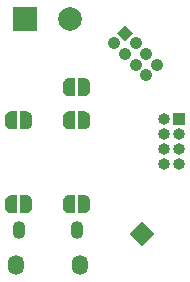
<source format=gbr>
G04 #@! TF.GenerationSoftware,KiCad,Pcbnew,(5.1.5-0)*
G04 #@! TF.CreationDate,2020-02-20T09:13:15+02:00*
G04 #@! TF.ProjectId,slice-harvester,736c6963-652d-4686-9172-766573746572,0.9*
G04 #@! TF.SameCoordinates,PX8f0d180PY5f5e100*
G04 #@! TF.FileFunction,Soldermask,Bot*
G04 #@! TF.FilePolarity,Negative*
%FSLAX46Y46*%
G04 Gerber Fmt 4.6, Leading zero omitted, Abs format (unit mm)*
G04 Created by KiCad (PCBNEW (5.1.5-0)) date 2020-02-20 09:13:15*
%MOMM*%
%LPD*%
G04 APERTURE LIST*
%ADD10C,0.100000*%
%ADD11R,1.000000X1.000000*%
%ADD12O,1.000000X1.000000*%
%ADD13C,1.000000*%
%ADD14R,1.998980X1.998980*%
%ADD15C,1.998980*%
%ADD16O,1.100000X1.500000*%
%ADD17O,1.350000X1.700000*%
G04 APERTURE END LIST*
D10*
G36*
X6839340Y-7800000D02*
G01*
X7900000Y-6739340D01*
X8960660Y-7800000D01*
X7900000Y-8860660D01*
X6839340Y-7800000D01*
G37*
G36*
X2550000Y5350000D02*
G01*
X3050000Y5350000D01*
X3050000Y5349398D01*
X3074534Y5349398D01*
X3123365Y5344588D01*
X3171490Y5335016D01*
X3218445Y5320772D01*
X3263778Y5301995D01*
X3307051Y5278864D01*
X3347850Y5251604D01*
X3385779Y5220476D01*
X3420476Y5185779D01*
X3451604Y5147850D01*
X3478864Y5107051D01*
X3501995Y5063778D01*
X3520772Y5018445D01*
X3535016Y4971490D01*
X3544588Y4923365D01*
X3549398Y4874534D01*
X3549398Y4850000D01*
X3550000Y4850000D01*
X3550000Y4350000D01*
X3549398Y4350000D01*
X3549398Y4325466D01*
X3544588Y4276635D01*
X3535016Y4228510D01*
X3520772Y4181555D01*
X3501995Y4136222D01*
X3478864Y4092949D01*
X3451604Y4052150D01*
X3420476Y4014221D01*
X3385779Y3979524D01*
X3347850Y3948396D01*
X3307051Y3921136D01*
X3263778Y3898005D01*
X3218445Y3879228D01*
X3171490Y3864984D01*
X3123365Y3855412D01*
X3074534Y3850602D01*
X3050000Y3850602D01*
X3050000Y3850000D01*
X2550000Y3850000D01*
X2550000Y5350000D01*
G37*
G36*
X1750000Y3850602D02*
G01*
X1725466Y3850602D01*
X1676635Y3855412D01*
X1628510Y3864984D01*
X1581555Y3879228D01*
X1536222Y3898005D01*
X1492949Y3921136D01*
X1452150Y3948396D01*
X1414221Y3979524D01*
X1379524Y4014221D01*
X1348396Y4052150D01*
X1321136Y4092949D01*
X1298005Y4136222D01*
X1279228Y4181555D01*
X1264984Y4228510D01*
X1255412Y4276635D01*
X1250602Y4325466D01*
X1250602Y4350000D01*
X1250000Y4350000D01*
X1250000Y4850000D01*
X1250602Y4850000D01*
X1250602Y4874534D01*
X1255412Y4923365D01*
X1264984Y4971490D01*
X1279228Y5018445D01*
X1298005Y5063778D01*
X1321136Y5107051D01*
X1348396Y5147850D01*
X1379524Y5185779D01*
X1414221Y5220476D01*
X1452150Y5251604D01*
X1492949Y5278864D01*
X1536222Y5301995D01*
X1581555Y5320772D01*
X1628510Y5335016D01*
X1676635Y5344588D01*
X1725466Y5349398D01*
X1750000Y5349398D01*
X1750000Y5350000D01*
X2250000Y5350000D01*
X2250000Y3850000D01*
X1750000Y3850000D01*
X1750000Y3850602D01*
G37*
G36*
X1750000Y1050602D02*
G01*
X1725466Y1050602D01*
X1676635Y1055412D01*
X1628510Y1064984D01*
X1581555Y1079228D01*
X1536222Y1098005D01*
X1492949Y1121136D01*
X1452150Y1148396D01*
X1414221Y1179524D01*
X1379524Y1214221D01*
X1348396Y1252150D01*
X1321136Y1292949D01*
X1298005Y1336222D01*
X1279228Y1381555D01*
X1264984Y1428510D01*
X1255412Y1476635D01*
X1250602Y1525466D01*
X1250602Y1550000D01*
X1250000Y1550000D01*
X1250000Y2050000D01*
X1250602Y2050000D01*
X1250602Y2074534D01*
X1255412Y2123365D01*
X1264984Y2171490D01*
X1279228Y2218445D01*
X1298005Y2263778D01*
X1321136Y2307051D01*
X1348396Y2347850D01*
X1379524Y2385779D01*
X1414221Y2420476D01*
X1452150Y2451604D01*
X1492949Y2478864D01*
X1536222Y2501995D01*
X1581555Y2520772D01*
X1628510Y2535016D01*
X1676635Y2544588D01*
X1725466Y2549398D01*
X1750000Y2549398D01*
X1750000Y2550000D01*
X2250000Y2550000D01*
X2250000Y1050000D01*
X1750000Y1050000D01*
X1750000Y1050602D01*
G37*
G36*
X2550000Y2550000D02*
G01*
X3050000Y2550000D01*
X3050000Y2549398D01*
X3074534Y2549398D01*
X3123365Y2544588D01*
X3171490Y2535016D01*
X3218445Y2520772D01*
X3263778Y2501995D01*
X3307051Y2478864D01*
X3347850Y2451604D01*
X3385779Y2420476D01*
X3420476Y2385779D01*
X3451604Y2347850D01*
X3478864Y2307051D01*
X3501995Y2263778D01*
X3520772Y2218445D01*
X3535016Y2171490D01*
X3544588Y2123365D01*
X3549398Y2074534D01*
X3549398Y2050000D01*
X3550000Y2050000D01*
X3550000Y1550000D01*
X3549398Y1550000D01*
X3549398Y1525466D01*
X3544588Y1476635D01*
X3535016Y1428510D01*
X3520772Y1381555D01*
X3501995Y1336222D01*
X3478864Y1292949D01*
X3451604Y1252150D01*
X3420476Y1214221D01*
X3385779Y1179524D01*
X3347850Y1148396D01*
X3307051Y1121136D01*
X3263778Y1098005D01*
X3218445Y1079228D01*
X3171490Y1064984D01*
X3123365Y1055412D01*
X3074534Y1050602D01*
X3050000Y1050602D01*
X3050000Y1050000D01*
X2550000Y1050000D01*
X2550000Y2550000D01*
G37*
D11*
X11100000Y1900000D03*
D12*
X9830000Y1900000D03*
X11100000Y630000D03*
X9830000Y630000D03*
X11100000Y-640000D03*
X9830000Y-640000D03*
X11100000Y-1910000D03*
X9830000Y-1910000D03*
D10*
G36*
X6505382Y8485281D02*
G01*
X5798275Y9192388D01*
X6505382Y9899495D01*
X7212489Y9192388D01*
X6505382Y8485281D01*
G37*
D13*
X5607356Y8294362D02*
X5607356Y8294362D01*
X7403408Y8294362D02*
X7403408Y8294362D01*
X6505382Y7396337D02*
X6505382Y7396337D01*
X8301433Y7396337D02*
X8301433Y7396337D01*
X7403408Y6498311D02*
X7403408Y6498311D01*
X9199459Y6498311D02*
X9199459Y6498311D01*
X8301433Y5600286D02*
X8301433Y5600286D01*
D14*
X-2000000Y10400000D03*
D15*
X1810000Y10400000D03*
D16*
X-2445000Y-7480000D03*
X2395000Y-7480000D03*
D17*
X-2755000Y-10480000D03*
X2705000Y-10480000D03*
D10*
G36*
X-1850000Y-4550602D02*
G01*
X-1825466Y-4550602D01*
X-1776635Y-4555412D01*
X-1728510Y-4564984D01*
X-1681555Y-4579228D01*
X-1636222Y-4598005D01*
X-1592949Y-4621136D01*
X-1552150Y-4648396D01*
X-1514221Y-4679524D01*
X-1479524Y-4714221D01*
X-1448396Y-4752150D01*
X-1421136Y-4792949D01*
X-1398005Y-4836222D01*
X-1379228Y-4881555D01*
X-1364984Y-4928510D01*
X-1355412Y-4976635D01*
X-1350602Y-5025466D01*
X-1350602Y-5050000D01*
X-1350000Y-5050000D01*
X-1350000Y-5550000D01*
X-1350602Y-5550000D01*
X-1350602Y-5574534D01*
X-1355412Y-5623365D01*
X-1364984Y-5671490D01*
X-1379228Y-5718445D01*
X-1398005Y-5763778D01*
X-1421136Y-5807051D01*
X-1448396Y-5847850D01*
X-1479524Y-5885779D01*
X-1514221Y-5920476D01*
X-1552150Y-5951604D01*
X-1592949Y-5978864D01*
X-1636222Y-6001995D01*
X-1681555Y-6020772D01*
X-1728510Y-6035016D01*
X-1776635Y-6044588D01*
X-1825466Y-6049398D01*
X-1850000Y-6049398D01*
X-1850000Y-6050000D01*
X-2350000Y-6050000D01*
X-2350000Y-4550000D01*
X-1850000Y-4550000D01*
X-1850000Y-4550602D01*
G37*
G36*
X-2650000Y-6050000D02*
G01*
X-3150000Y-6050000D01*
X-3150000Y-6049398D01*
X-3174534Y-6049398D01*
X-3223365Y-6044588D01*
X-3271490Y-6035016D01*
X-3318445Y-6020772D01*
X-3363778Y-6001995D01*
X-3407051Y-5978864D01*
X-3447850Y-5951604D01*
X-3485779Y-5920476D01*
X-3520476Y-5885779D01*
X-3551604Y-5847850D01*
X-3578864Y-5807051D01*
X-3601995Y-5763778D01*
X-3620772Y-5718445D01*
X-3635016Y-5671490D01*
X-3644588Y-5623365D01*
X-3649398Y-5574534D01*
X-3649398Y-5550000D01*
X-3650000Y-5550000D01*
X-3650000Y-5050000D01*
X-3649398Y-5050000D01*
X-3649398Y-5025466D01*
X-3644588Y-4976635D01*
X-3635016Y-4928510D01*
X-3620772Y-4881555D01*
X-3601995Y-4836222D01*
X-3578864Y-4792949D01*
X-3551604Y-4752150D01*
X-3520476Y-4714221D01*
X-3485779Y-4679524D01*
X-3447850Y-4648396D01*
X-3407051Y-4621136D01*
X-3363778Y-4598005D01*
X-3318445Y-4579228D01*
X-3271490Y-4564984D01*
X-3223365Y-4555412D01*
X-3174534Y-4550602D01*
X-3150000Y-4550602D01*
X-3150000Y-4550000D01*
X-2650000Y-4550000D01*
X-2650000Y-6050000D01*
G37*
G36*
X2550000Y-4550000D02*
G01*
X3050000Y-4550000D01*
X3050000Y-4550602D01*
X3074534Y-4550602D01*
X3123365Y-4555412D01*
X3171490Y-4564984D01*
X3218445Y-4579228D01*
X3263778Y-4598005D01*
X3307051Y-4621136D01*
X3347850Y-4648396D01*
X3385779Y-4679524D01*
X3420476Y-4714221D01*
X3451604Y-4752150D01*
X3478864Y-4792949D01*
X3501995Y-4836222D01*
X3520772Y-4881555D01*
X3535016Y-4928510D01*
X3544588Y-4976635D01*
X3549398Y-5025466D01*
X3549398Y-5050000D01*
X3550000Y-5050000D01*
X3550000Y-5550000D01*
X3549398Y-5550000D01*
X3549398Y-5574534D01*
X3544588Y-5623365D01*
X3535016Y-5671490D01*
X3520772Y-5718445D01*
X3501995Y-5763778D01*
X3478864Y-5807051D01*
X3451604Y-5847850D01*
X3420476Y-5885779D01*
X3385779Y-5920476D01*
X3347850Y-5951604D01*
X3307051Y-5978864D01*
X3263778Y-6001995D01*
X3218445Y-6020772D01*
X3171490Y-6035016D01*
X3123365Y-6044588D01*
X3074534Y-6049398D01*
X3050000Y-6049398D01*
X3050000Y-6050000D01*
X2550000Y-6050000D01*
X2550000Y-4550000D01*
G37*
G36*
X1750000Y-6049398D02*
G01*
X1725466Y-6049398D01*
X1676635Y-6044588D01*
X1628510Y-6035016D01*
X1581555Y-6020772D01*
X1536222Y-6001995D01*
X1492949Y-5978864D01*
X1452150Y-5951604D01*
X1414221Y-5920476D01*
X1379524Y-5885779D01*
X1348396Y-5847850D01*
X1321136Y-5807051D01*
X1298005Y-5763778D01*
X1279228Y-5718445D01*
X1264984Y-5671490D01*
X1255412Y-5623365D01*
X1250602Y-5574534D01*
X1250602Y-5550000D01*
X1250000Y-5550000D01*
X1250000Y-5050000D01*
X1250602Y-5050000D01*
X1250602Y-5025466D01*
X1255412Y-4976635D01*
X1264984Y-4928510D01*
X1279228Y-4881555D01*
X1298005Y-4836222D01*
X1321136Y-4792949D01*
X1348396Y-4752150D01*
X1379524Y-4714221D01*
X1414221Y-4679524D01*
X1452150Y-4648396D01*
X1492949Y-4621136D01*
X1536222Y-4598005D01*
X1581555Y-4579228D01*
X1628510Y-4564984D01*
X1676635Y-4555412D01*
X1725466Y-4550602D01*
X1750000Y-4550602D01*
X1750000Y-4550000D01*
X2250000Y-4550000D01*
X2250000Y-6050000D01*
X1750000Y-6050000D01*
X1750000Y-6049398D01*
G37*
G36*
X-2650000Y1050000D02*
G01*
X-3150000Y1050000D01*
X-3150000Y1050602D01*
X-3174534Y1050602D01*
X-3223365Y1055412D01*
X-3271490Y1064984D01*
X-3318445Y1079228D01*
X-3363778Y1098005D01*
X-3407051Y1121136D01*
X-3447850Y1148396D01*
X-3485779Y1179524D01*
X-3520476Y1214221D01*
X-3551604Y1252150D01*
X-3578864Y1292949D01*
X-3601995Y1336222D01*
X-3620772Y1381555D01*
X-3635016Y1428510D01*
X-3644588Y1476635D01*
X-3649398Y1525466D01*
X-3649398Y1550000D01*
X-3650000Y1550000D01*
X-3650000Y2050000D01*
X-3649398Y2050000D01*
X-3649398Y2074534D01*
X-3644588Y2123365D01*
X-3635016Y2171490D01*
X-3620772Y2218445D01*
X-3601995Y2263778D01*
X-3578864Y2307051D01*
X-3551604Y2347850D01*
X-3520476Y2385779D01*
X-3485779Y2420476D01*
X-3447850Y2451604D01*
X-3407051Y2478864D01*
X-3363778Y2501995D01*
X-3318445Y2520772D01*
X-3271490Y2535016D01*
X-3223365Y2544588D01*
X-3174534Y2549398D01*
X-3150000Y2549398D01*
X-3150000Y2550000D01*
X-2650000Y2550000D01*
X-2650000Y1050000D01*
G37*
G36*
X-1850000Y2549398D02*
G01*
X-1825466Y2549398D01*
X-1776635Y2544588D01*
X-1728510Y2535016D01*
X-1681555Y2520772D01*
X-1636222Y2501995D01*
X-1592949Y2478864D01*
X-1552150Y2451604D01*
X-1514221Y2420476D01*
X-1479524Y2385779D01*
X-1448396Y2347850D01*
X-1421136Y2307051D01*
X-1398005Y2263778D01*
X-1379228Y2218445D01*
X-1364984Y2171490D01*
X-1355412Y2123365D01*
X-1350602Y2074534D01*
X-1350602Y2050000D01*
X-1350000Y2050000D01*
X-1350000Y1550000D01*
X-1350602Y1550000D01*
X-1350602Y1525466D01*
X-1355412Y1476635D01*
X-1364984Y1428510D01*
X-1379228Y1381555D01*
X-1398005Y1336222D01*
X-1421136Y1292949D01*
X-1448396Y1252150D01*
X-1479524Y1214221D01*
X-1514221Y1179524D01*
X-1552150Y1148396D01*
X-1592949Y1121136D01*
X-1636222Y1098005D01*
X-1681555Y1079228D01*
X-1728510Y1064984D01*
X-1776635Y1055412D01*
X-1825466Y1050602D01*
X-1850000Y1050602D01*
X-1850000Y1050000D01*
X-2350000Y1050000D01*
X-2350000Y2550000D01*
X-1850000Y2550000D01*
X-1850000Y2549398D01*
G37*
M02*

</source>
